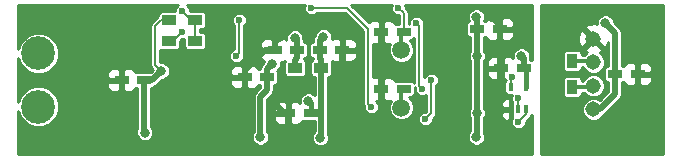
<source format=gbl>
G04 #@! TF.FileFunction,Copper,L2,Bot,Signal*
%FSLAX46Y46*%
G04 Gerber Fmt 4.6, Leading zero omitted, Abs format (unit mm)*
G04 Created by KiCad (PCBNEW 4.0.7) date Mon Dec 11 19:32:15 2017*
%MOMM*%
%LPD*%
G01*
G04 APERTURE LIST*
%ADD10C,0.100000*%
%ADD11R,1.200000X0.750000*%
%ADD12R,1.200000X0.900000*%
%ADD13C,2.850000*%
%ADD14C,1.308000*%
%ADD15R,0.400000X0.700000*%
%ADD16C,1.500000*%
%ADD17R,0.900000X1.200000*%
%ADD18C,0.800000*%
%ADD19C,0.600000*%
%ADD20C,0.400000*%
%ADD21C,0.200000*%
%ADD22C,0.500000*%
%ADD23C,0.300000*%
%ADD24C,0.254000*%
G04 APERTURE END LIST*
D10*
D11*
X143317000Y-111506000D03*
X141417000Y-111506000D03*
X147000000Y-114554000D03*
X145100000Y-114554000D03*
X132903000Y-111760000D03*
X131003000Y-111760000D03*
X145857000Y-109220000D03*
X143957000Y-109220000D03*
X147767000Y-109220000D03*
X149667000Y-109220000D03*
X154874000Y-107696000D03*
X152974000Y-107696000D03*
X154874000Y-112522000D03*
X152974000Y-112522000D03*
X161102000Y-107442000D03*
X163002000Y-107442000D03*
D12*
X145712000Y-110744000D03*
X147912000Y-110744000D03*
X135044000Y-106680000D03*
X137244000Y-106680000D03*
X135044000Y-108458000D03*
X137244000Y-108458000D03*
D13*
X123952000Y-114010000D03*
X123952000Y-109510000D03*
D14*
X170942000Y-114252000D03*
X170942000Y-112252000D03*
X170942000Y-110252000D03*
X170942000Y-108252000D03*
D15*
X165242000Y-114234000D03*
X164592000Y-114234000D03*
X163942000Y-114234000D03*
X163942000Y-112334000D03*
X165242000Y-112334000D03*
D16*
X154686000Y-109220000D03*
X154686000Y-114100000D03*
D11*
X165034000Y-110744000D03*
X163134000Y-110744000D03*
X172786000Y-111252000D03*
X174686000Y-111252000D03*
D17*
X169164000Y-112352000D03*
X169164000Y-110152000D03*
D18*
X146812000Y-113538000D03*
X161102000Y-109728000D03*
X164846000Y-109728000D03*
X161036000Y-116586000D03*
X161102000Y-114554000D03*
X161036000Y-106426000D03*
X148082000Y-108077000D03*
X147828000Y-116647998D03*
X143764000Y-110363000D03*
X142748000Y-116586000D03*
X134366000Y-110998000D03*
X132969000Y-116205000D03*
X149606000Y-113538000D03*
X163002000Y-115570000D03*
X162306000Y-106426000D03*
X162814000Y-117602000D03*
X152908000Y-117602000D03*
X145034000Y-117602000D03*
X144018000Y-113792000D03*
X144399000Y-108077000D03*
X149606000Y-117602000D03*
X141351000Y-117602000D03*
X134493000Y-117094000D03*
X134620000Y-113030000D03*
X131318000Y-106426000D03*
X131445000Y-117094000D03*
D19*
X136144000Y-105918000D03*
X136144000Y-107696000D03*
X140970000Y-106680000D03*
X140716000Y-109728000D03*
X164592000Y-113284000D03*
X164592000Y-115316000D03*
X157226000Y-111760000D03*
X156718000Y-115062000D03*
X156464000Y-112522000D03*
X155956000Y-106934000D03*
X164084000Y-111506000D03*
D18*
X145669000Y-108204000D03*
D19*
X154432000Y-105664000D03*
X147066000Y-105664000D03*
X152146000Y-114046000D03*
D18*
X171958000Y-106934000D03*
X174498000Y-108712000D03*
D20*
X147000000Y-113726000D02*
X147000000Y-114554000D01*
X146812000Y-113538000D02*
X147000000Y-113726000D01*
D21*
X135044000Y-106680000D02*
X134366000Y-106680000D01*
X133858000Y-110490000D02*
X134366000Y-110998000D01*
X133858000Y-107188000D02*
X133858000Y-110490000D01*
X134366000Y-106680000D02*
X133858000Y-107188000D01*
D20*
X165242000Y-112334000D02*
X165242000Y-110952000D01*
X165242000Y-110952000D02*
X165034000Y-110744000D01*
D22*
X165034000Y-110744000D02*
X165034000Y-109916000D01*
X164846000Y-109728000D02*
X165034000Y-109916000D01*
X161102000Y-114554000D02*
X161102000Y-116520000D01*
X161102000Y-116520000D02*
X161036000Y-116586000D01*
X161102000Y-107442000D02*
X161102000Y-109728000D01*
X161102000Y-109728000D02*
X161102000Y-114554000D01*
X161102000Y-107442000D02*
X161102000Y-106492000D01*
X161102000Y-106492000D02*
X161036000Y-106426000D01*
X147000000Y-114554000D02*
X147912000Y-114554000D01*
X147912000Y-114554000D02*
X147828000Y-114554000D01*
X147828000Y-114554000D02*
X147912000Y-114554000D01*
X147767000Y-109220000D02*
X147767000Y-108392000D01*
X147767000Y-108392000D02*
X148082000Y-108077000D01*
X147912000Y-110744000D02*
X147912000Y-110066000D01*
X147767000Y-109921000D02*
X147767000Y-109220000D01*
X147912000Y-110066000D02*
X147767000Y-109921000D01*
X147912000Y-110744000D02*
X147912000Y-114554000D01*
X147912000Y-114554000D02*
X147912000Y-116563998D01*
X147912000Y-116563998D02*
X147828000Y-116647998D01*
X143764000Y-110363000D02*
X143317000Y-110810000D01*
X143317000Y-110810000D02*
X143317000Y-111506000D01*
X143317000Y-111506000D02*
X143317000Y-112588000D01*
X142748000Y-113157000D02*
X142748000Y-116586000D01*
X143317000Y-112588000D02*
X142748000Y-113157000D01*
X132903000Y-111760000D02*
X133604000Y-111760000D01*
X133604000Y-111760000D02*
X134366000Y-110998000D01*
X132903000Y-111760000D02*
X132903000Y-116139000D01*
X132903000Y-116139000D02*
X132969000Y-116205000D01*
D20*
X149606000Y-113538000D02*
X149667000Y-113538000D01*
X163942000Y-114234000D02*
X163002000Y-114234000D01*
X163068000Y-114300000D02*
X163002000Y-114300000D01*
X163002000Y-114234000D02*
X163068000Y-114300000D01*
D22*
X163002000Y-107442000D02*
X163002000Y-107122000D01*
X163002000Y-107122000D02*
X162306000Y-106426000D01*
X163002000Y-107442000D02*
X163002000Y-114300000D01*
X163002000Y-114300000D02*
X163002000Y-115570000D01*
X163002000Y-115570000D02*
X163002000Y-115824000D01*
X163002000Y-115824000D02*
X163002000Y-117414000D01*
X163002000Y-117414000D02*
X162814000Y-117602000D01*
X152974000Y-107696000D02*
X152974000Y-112522000D01*
X152974000Y-112522000D02*
X152974000Y-117536000D01*
X152974000Y-117536000D02*
X152908000Y-117602000D01*
X145100000Y-114554000D02*
X145100000Y-117536000D01*
X145100000Y-117536000D02*
X145034000Y-117602000D01*
X145100000Y-114554000D02*
X144780000Y-114554000D01*
X144780000Y-114554000D02*
X144018000Y-113792000D01*
X143957000Y-109220000D02*
X143957000Y-108519000D01*
X143957000Y-108519000D02*
X144399000Y-108077000D01*
X149667000Y-109220000D02*
X149667000Y-113538000D01*
X149667000Y-113538000D02*
X149667000Y-117541000D01*
X149667000Y-117541000D02*
X149606000Y-117602000D01*
X141417000Y-111506000D02*
X141417000Y-110932000D01*
X143129000Y-109220000D02*
X143957000Y-109220000D01*
X141417000Y-110932000D02*
X143129000Y-109220000D01*
X141417000Y-111506000D02*
X141417000Y-117536000D01*
X141417000Y-117536000D02*
X141351000Y-117602000D01*
X134493000Y-113157000D02*
X134493000Y-117094000D01*
X134620000Y-113030000D02*
X134493000Y-113157000D01*
X131003000Y-111760000D02*
X131003000Y-106741000D01*
X131003000Y-106741000D02*
X131318000Y-106426000D01*
X131003000Y-111760000D02*
X131003000Y-116652000D01*
X131003000Y-116652000D02*
X131445000Y-117094000D01*
D21*
X137244000Y-106680000D02*
X136906000Y-106680000D01*
X136906000Y-106680000D02*
X136144000Y-105918000D01*
X137244000Y-106680000D02*
X137244000Y-108458000D01*
X135044000Y-108458000D02*
X135382000Y-108458000D01*
X135382000Y-108458000D02*
X136144000Y-107696000D01*
X140970000Y-109474000D02*
X140970000Y-106680000D01*
X140716000Y-109728000D02*
X140970000Y-109474000D01*
X164592000Y-113284000D02*
X164592000Y-114234000D01*
X165242000Y-114234000D02*
X165242000Y-114666000D01*
X165242000Y-114666000D02*
X164592000Y-115316000D01*
X157226000Y-114554000D02*
X157226000Y-111760000D01*
X156718000Y-115062000D02*
X157226000Y-114554000D01*
X156210000Y-112268000D02*
X156464000Y-112522000D01*
X156210000Y-107188000D02*
X156210000Y-112268000D01*
X155956000Y-106934000D02*
X156210000Y-107188000D01*
X163942000Y-112334000D02*
X163942000Y-111648000D01*
X163942000Y-111648000D02*
X164084000Y-111506000D01*
D22*
X145857000Y-109220000D02*
X145857000Y-108392000D01*
X145857000Y-108392000D02*
X145669000Y-108204000D01*
X145712000Y-110744000D02*
X145712000Y-110066000D01*
X145857000Y-109921000D02*
X145857000Y-109220000D01*
X145712000Y-110066000D02*
X145857000Y-109921000D01*
D21*
X154874000Y-106106000D02*
X154874000Y-107696000D01*
X154432000Y-105664000D02*
X154874000Y-106106000D01*
D23*
X154686000Y-109220000D02*
X154686000Y-107884000D01*
X154686000Y-107884000D02*
X154874000Y-107696000D01*
D21*
X154940000Y-107762000D02*
X154874000Y-107696000D01*
X147066000Y-105664000D02*
X150114000Y-105664000D01*
X150114000Y-105664000D02*
X151892000Y-107442000D01*
X151892000Y-107442000D02*
X151892000Y-113792000D01*
X151892000Y-113792000D02*
X152146000Y-114046000D01*
D23*
X154686000Y-114100000D02*
X154686000Y-112710000D01*
X154686000Y-112710000D02*
X154874000Y-112522000D01*
D22*
X172786000Y-111252000D02*
X172786000Y-107762000D01*
X172786000Y-107762000D02*
X171958000Y-106934000D01*
X170942000Y-114252000D02*
X171498000Y-114252000D01*
X171498000Y-114252000D02*
X172786000Y-112964000D01*
X172786000Y-112964000D02*
X172786000Y-111252000D01*
D23*
X169164000Y-112352000D02*
X170842000Y-112352000D01*
X170842000Y-112352000D02*
X170942000Y-112252000D01*
X169164000Y-110152000D02*
X170842000Y-110152000D01*
X170842000Y-110152000D02*
X170942000Y-110252000D01*
D22*
X174686000Y-108900000D02*
X174686000Y-111252000D01*
X174498000Y-108712000D02*
X174686000Y-108900000D01*
D24*
G36*
X135612765Y-105562369D02*
X135517109Y-105792735D01*
X135517018Y-105896594D01*
X134444000Y-105896594D01*
X134322821Y-105919395D01*
X134211526Y-105991012D01*
X134136862Y-106100286D01*
X134110594Y-106230000D01*
X134110594Y-106346975D01*
X134064065Y-106378065D01*
X134064063Y-106378068D01*
X133556065Y-106886065D01*
X133463503Y-107024594D01*
X133430999Y-107188000D01*
X133431000Y-107188005D01*
X133431000Y-110489995D01*
X133430999Y-110490000D01*
X133463503Y-110653406D01*
X133556065Y-110791935D01*
X133639107Y-110874976D01*
X133639077Y-110908922D01*
X133496404Y-111051594D01*
X132303000Y-111051594D01*
X132181821Y-111074395D01*
X132165905Y-111084637D01*
X132141327Y-111025301D01*
X131962698Y-110846673D01*
X131729309Y-110750000D01*
X131288750Y-110750000D01*
X131130000Y-110908750D01*
X131130000Y-111633000D01*
X131150000Y-111633000D01*
X131150000Y-111887000D01*
X131130000Y-111887000D01*
X131130000Y-112611250D01*
X131288750Y-112770000D01*
X131729309Y-112770000D01*
X131962698Y-112673327D01*
X132141327Y-112494699D01*
X132165346Y-112436713D01*
X132173286Y-112442138D01*
X132303000Y-112468406D01*
X132326000Y-112468406D01*
X132326000Y-115857767D01*
X132242126Y-116059756D01*
X132241874Y-116348975D01*
X132352320Y-116616275D01*
X132556650Y-116820961D01*
X132823756Y-116931874D01*
X133112975Y-116932126D01*
X133380275Y-116821680D01*
X133584961Y-116617350D01*
X133695874Y-116350244D01*
X133696126Y-116061025D01*
X133585680Y-115793725D01*
X133480000Y-115687861D01*
X133480000Y-112468406D01*
X133503000Y-112468406D01*
X133624179Y-112445605D01*
X133735474Y-112373988D01*
X133785402Y-112300917D01*
X133824808Y-112293078D01*
X134012001Y-112168001D01*
X134388251Y-111791750D01*
X140182000Y-111791750D01*
X140182000Y-112007310D01*
X140278673Y-112240699D01*
X140457302Y-112419327D01*
X140690691Y-112516000D01*
X141131250Y-112516000D01*
X141290000Y-112357250D01*
X141290000Y-111633000D01*
X140340750Y-111633000D01*
X140182000Y-111791750D01*
X134388251Y-111791750D01*
X134454923Y-111725078D01*
X134509975Y-111725126D01*
X134777275Y-111614680D01*
X134981961Y-111410350D01*
X135092874Y-111143244D01*
X135092994Y-111004690D01*
X140182000Y-111004690D01*
X140182000Y-111220250D01*
X140340750Y-111379000D01*
X141290000Y-111379000D01*
X141290000Y-110654750D01*
X141544000Y-110654750D01*
X141544000Y-111379000D01*
X141564000Y-111379000D01*
X141564000Y-111633000D01*
X141544000Y-111633000D01*
X141544000Y-112357250D01*
X141702750Y-112516000D01*
X142143309Y-112516000D01*
X142376698Y-112419327D01*
X142555327Y-112240699D01*
X142579346Y-112182713D01*
X142587286Y-112188138D01*
X142717000Y-112214406D01*
X142740000Y-112214406D01*
X142740000Y-112348999D01*
X142339999Y-112748999D01*
X142214922Y-112936192D01*
X142170999Y-113157000D01*
X142171000Y-113157005D01*
X142171000Y-116134757D01*
X142132039Y-116173650D01*
X142021126Y-116440756D01*
X142020874Y-116729975D01*
X142131320Y-116997275D01*
X142335650Y-117201961D01*
X142602756Y-117312874D01*
X142891975Y-117313126D01*
X143159275Y-117202680D01*
X143363961Y-116998350D01*
X143474874Y-116731244D01*
X143475126Y-116442025D01*
X143364680Y-116174725D01*
X143325000Y-116134976D01*
X143325000Y-114839750D01*
X143865000Y-114839750D01*
X143865000Y-115055310D01*
X143961673Y-115288699D01*
X144140302Y-115467327D01*
X144373691Y-115564000D01*
X144814250Y-115564000D01*
X144973000Y-115405250D01*
X144973000Y-114681000D01*
X144023750Y-114681000D01*
X143865000Y-114839750D01*
X143325000Y-114839750D01*
X143325000Y-114052690D01*
X143865000Y-114052690D01*
X143865000Y-114268250D01*
X144023750Y-114427000D01*
X144973000Y-114427000D01*
X144973000Y-113702750D01*
X145227000Y-113702750D01*
X145227000Y-114427000D01*
X145247000Y-114427000D01*
X145247000Y-114681000D01*
X145227000Y-114681000D01*
X145227000Y-115405250D01*
X145385750Y-115564000D01*
X145826309Y-115564000D01*
X146059698Y-115467327D01*
X146238327Y-115288699D01*
X146262346Y-115230713D01*
X146270286Y-115236138D01*
X146400000Y-115262406D01*
X147335000Y-115262406D01*
X147335000Y-116112901D01*
X147212039Y-116235648D01*
X147101126Y-116502754D01*
X147100874Y-116791973D01*
X147211320Y-117059273D01*
X147415650Y-117263959D01*
X147682756Y-117374872D01*
X147971975Y-117375124D01*
X148239275Y-117264678D01*
X148443961Y-117060348D01*
X148554874Y-116793242D01*
X148555126Y-116504023D01*
X148489000Y-116343986D01*
X148489000Y-111527406D01*
X148512000Y-111527406D01*
X148633179Y-111504605D01*
X148744474Y-111432988D01*
X148819138Y-111323714D01*
X148845406Y-111194000D01*
X148845406Y-110294000D01*
X148824292Y-110181786D01*
X148940691Y-110230000D01*
X149381250Y-110230000D01*
X149540000Y-110071250D01*
X149540000Y-109347000D01*
X149794000Y-109347000D01*
X149794000Y-110071250D01*
X149952750Y-110230000D01*
X150393309Y-110230000D01*
X150626698Y-110133327D01*
X150805327Y-109954699D01*
X150902000Y-109721310D01*
X150902000Y-109505750D01*
X150743250Y-109347000D01*
X149794000Y-109347000D01*
X149540000Y-109347000D01*
X149520000Y-109347000D01*
X149520000Y-109093000D01*
X149540000Y-109093000D01*
X149540000Y-108368750D01*
X149794000Y-108368750D01*
X149794000Y-109093000D01*
X150743250Y-109093000D01*
X150902000Y-108934250D01*
X150902000Y-108718690D01*
X150805327Y-108485301D01*
X150626698Y-108306673D01*
X150393309Y-108210000D01*
X149952750Y-108210000D01*
X149794000Y-108368750D01*
X149540000Y-108368750D01*
X149381250Y-108210000D01*
X148940691Y-108210000D01*
X148787632Y-108273399D01*
X148808874Y-108222244D01*
X148809126Y-107933025D01*
X148698680Y-107665725D01*
X148494350Y-107461039D01*
X148227244Y-107350126D01*
X147938025Y-107349874D01*
X147670725Y-107460320D01*
X147466039Y-107664650D01*
X147355126Y-107931756D01*
X147355075Y-107989871D01*
X147233922Y-108171192D01*
X147189999Y-108392000D01*
X147190000Y-108392005D01*
X147190000Y-108511594D01*
X147167000Y-108511594D01*
X147045821Y-108534395D01*
X146934526Y-108606012D01*
X146859862Y-108715286D01*
X146833594Y-108845000D01*
X146833594Y-109595000D01*
X146856395Y-109716179D01*
X146928012Y-109827474D01*
X147037286Y-109902138D01*
X147167000Y-109928406D01*
X147191472Y-109928406D01*
X147201992Y-109981293D01*
X147190821Y-109983395D01*
X147079526Y-110055012D01*
X147004862Y-110164286D01*
X146978594Y-110294000D01*
X146978594Y-111194000D01*
X147001395Y-111315179D01*
X147073012Y-111426474D01*
X147182286Y-111501138D01*
X147312000Y-111527406D01*
X147335000Y-111527406D01*
X147335000Y-113032882D01*
X147224350Y-112922039D01*
X146957244Y-112811126D01*
X146668025Y-112810874D01*
X146400725Y-112921320D01*
X146196039Y-113125650D01*
X146085126Y-113392756D01*
X146084888Y-113665863D01*
X146059698Y-113640673D01*
X145826309Y-113544000D01*
X145385750Y-113544000D01*
X145227000Y-113702750D01*
X144973000Y-113702750D01*
X144814250Y-113544000D01*
X144373691Y-113544000D01*
X144140302Y-113640673D01*
X143961673Y-113819301D01*
X143865000Y-114052690D01*
X143325000Y-114052690D01*
X143325000Y-113396002D01*
X143724998Y-112996003D01*
X143725001Y-112996001D01*
X143850078Y-112808808D01*
X143850800Y-112805179D01*
X143894001Y-112588000D01*
X143894000Y-112587995D01*
X143894000Y-112214406D01*
X143917000Y-112214406D01*
X144038179Y-112191605D01*
X144149474Y-112119988D01*
X144224138Y-112010714D01*
X144250406Y-111881000D01*
X144250406Y-111131000D01*
X144227605Y-111009821D01*
X144195328Y-110959662D01*
X144379961Y-110775350D01*
X144490874Y-110508244D01*
X144491116Y-110230000D01*
X144683309Y-110230000D01*
X144801466Y-110181058D01*
X144778594Y-110294000D01*
X144778594Y-111194000D01*
X144801395Y-111315179D01*
X144873012Y-111426474D01*
X144982286Y-111501138D01*
X145112000Y-111527406D01*
X146312000Y-111527406D01*
X146433179Y-111504605D01*
X146544474Y-111432988D01*
X146619138Y-111323714D01*
X146645406Y-111194000D01*
X146645406Y-110294000D01*
X146622605Y-110172821D01*
X146550988Y-110061526D01*
X146441714Y-109986862D01*
X146421706Y-109982810D01*
X146432528Y-109928406D01*
X146457000Y-109928406D01*
X146578179Y-109905605D01*
X146689474Y-109833988D01*
X146764138Y-109724714D01*
X146790406Y-109595000D01*
X146790406Y-108845000D01*
X146767605Y-108723821D01*
X146695988Y-108612526D01*
X146586714Y-108537862D01*
X146457000Y-108511594D01*
X146434000Y-108511594D01*
X146434000Y-108392000D01*
X146396003Y-108200980D01*
X146396126Y-108060025D01*
X146285680Y-107792725D01*
X146081350Y-107588039D01*
X145814244Y-107477126D01*
X145525025Y-107476874D01*
X145257725Y-107587320D01*
X145053039Y-107791650D01*
X144942126Y-108058756D01*
X144941888Y-108331863D01*
X144916698Y-108306673D01*
X144683309Y-108210000D01*
X144242750Y-108210000D01*
X144084000Y-108368750D01*
X144084000Y-109093000D01*
X144104000Y-109093000D01*
X144104000Y-109347000D01*
X144084000Y-109347000D01*
X144084000Y-109367000D01*
X143830000Y-109367000D01*
X143830000Y-109347000D01*
X142880750Y-109347000D01*
X142722000Y-109505750D01*
X142722000Y-109721310D01*
X142818673Y-109954699D01*
X142997302Y-110133327D01*
X143061195Y-110159792D01*
X143037126Y-110217756D01*
X143037077Y-110273921D01*
X142908999Y-110401999D01*
X142783922Y-110589192D01*
X142742467Y-110797594D01*
X142717000Y-110797594D01*
X142595821Y-110820395D01*
X142579905Y-110830637D01*
X142555327Y-110771301D01*
X142376698Y-110592673D01*
X142143309Y-110496000D01*
X141702750Y-110496000D01*
X141544000Y-110654750D01*
X141290000Y-110654750D01*
X141131250Y-110496000D01*
X140690691Y-110496000D01*
X140457302Y-110592673D01*
X140278673Y-110771301D01*
X140182000Y-111004690D01*
X135092994Y-111004690D01*
X135093126Y-110854025D01*
X134982680Y-110586725D01*
X134778350Y-110382039D01*
X134511244Y-110271126D01*
X134285000Y-110270929D01*
X134285000Y-109852171D01*
X140088891Y-109852171D01*
X140184145Y-110082703D01*
X140360369Y-110259235D01*
X140590735Y-110354891D01*
X140840171Y-110355109D01*
X141070703Y-110259855D01*
X141247235Y-110083631D01*
X141342891Y-109853265D01*
X141343052Y-109669501D01*
X141364497Y-109637406D01*
X141397000Y-109474000D01*
X141397000Y-108718690D01*
X142722000Y-108718690D01*
X142722000Y-108934250D01*
X142880750Y-109093000D01*
X143830000Y-109093000D01*
X143830000Y-108368750D01*
X143671250Y-108210000D01*
X143230691Y-108210000D01*
X142997302Y-108306673D01*
X142818673Y-108485301D01*
X142722000Y-108718690D01*
X141397000Y-108718690D01*
X141397000Y-107139684D01*
X141501235Y-107035631D01*
X141596891Y-106805265D01*
X141597109Y-106555829D01*
X141501855Y-106325297D01*
X141325631Y-106148765D01*
X141095265Y-106053109D01*
X140845829Y-106052891D01*
X140615297Y-106148145D01*
X140438765Y-106324369D01*
X140343109Y-106554735D01*
X140342891Y-106804171D01*
X140438145Y-107034703D01*
X140543000Y-107139741D01*
X140543000Y-109121067D01*
X140361297Y-109196145D01*
X140184765Y-109372369D01*
X140089109Y-109602735D01*
X140088891Y-109852171D01*
X134285000Y-109852171D01*
X134285000Y-109195128D01*
X134314286Y-109215138D01*
X134444000Y-109241406D01*
X135644000Y-109241406D01*
X135765179Y-109218605D01*
X135876474Y-109146988D01*
X135951138Y-109037714D01*
X135977406Y-108908000D01*
X135977406Y-108466464D01*
X136120889Y-108322980D01*
X136268171Y-108323109D01*
X136310594Y-108305580D01*
X136310594Y-108908000D01*
X136333395Y-109029179D01*
X136405012Y-109140474D01*
X136514286Y-109215138D01*
X136644000Y-109241406D01*
X137844000Y-109241406D01*
X137965179Y-109218605D01*
X138076474Y-109146988D01*
X138151138Y-109037714D01*
X138177406Y-108908000D01*
X138177406Y-108008000D01*
X138154605Y-107886821D01*
X138082988Y-107775526D01*
X137973714Y-107700862D01*
X137844000Y-107674594D01*
X137671000Y-107674594D01*
X137671000Y-107463406D01*
X137844000Y-107463406D01*
X137965179Y-107440605D01*
X138076474Y-107368988D01*
X138151138Y-107259714D01*
X138177406Y-107130000D01*
X138177406Y-106230000D01*
X138154605Y-106108821D01*
X138082988Y-105997526D01*
X137973714Y-105922862D01*
X137844000Y-105896594D01*
X136771019Y-105896594D01*
X136771109Y-105793829D01*
X136675855Y-105563297D01*
X136514839Y-105402000D01*
X146495886Y-105402000D01*
X146439109Y-105538735D01*
X146438891Y-105788171D01*
X146534145Y-106018703D01*
X146710369Y-106195235D01*
X146940735Y-106290891D01*
X147190171Y-106291109D01*
X147420703Y-106195855D01*
X147525741Y-106091000D01*
X149937130Y-106091000D01*
X151465000Y-107618869D01*
X151465000Y-113791995D01*
X151464999Y-113792000D01*
X151497503Y-113955406D01*
X151519051Y-113987654D01*
X151518891Y-114170171D01*
X151614145Y-114400703D01*
X151790369Y-114577235D01*
X152020735Y-114672891D01*
X152270171Y-114673109D01*
X152500703Y-114577855D01*
X152677235Y-114401631D01*
X152772891Y-114171265D01*
X152773109Y-113921829D01*
X152677855Y-113691297D01*
X152518836Y-113532000D01*
X152688250Y-113532000D01*
X152847000Y-113373250D01*
X152847000Y-112649000D01*
X152827000Y-112649000D01*
X152827000Y-112395000D01*
X152847000Y-112395000D01*
X152847000Y-111670750D01*
X152688250Y-111512000D01*
X152319000Y-111512000D01*
X152319000Y-108706000D01*
X152688250Y-108706000D01*
X152847000Y-108547250D01*
X152847000Y-107823000D01*
X152827000Y-107823000D01*
X152827000Y-107569000D01*
X152847000Y-107569000D01*
X152847000Y-106844750D01*
X152688250Y-106686000D01*
X152247691Y-106686000D01*
X152014302Y-106782673D01*
X151925422Y-106871553D01*
X150455870Y-105402000D01*
X153861886Y-105402000D01*
X153805109Y-105538735D01*
X153804891Y-105788171D01*
X153900145Y-106018703D01*
X154076369Y-106195235D01*
X154306735Y-106290891D01*
X154447000Y-106291014D01*
X154447000Y-106987594D01*
X154274000Y-106987594D01*
X154152821Y-107010395D01*
X154136905Y-107020637D01*
X154112327Y-106961301D01*
X153933698Y-106782673D01*
X153700309Y-106686000D01*
X153259750Y-106686000D01*
X153101000Y-106844750D01*
X153101000Y-107569000D01*
X153121000Y-107569000D01*
X153121000Y-107823000D01*
X153101000Y-107823000D01*
X153101000Y-108547250D01*
X153259750Y-108706000D01*
X153700309Y-108706000D01*
X153740120Y-108689510D01*
X153609187Y-109004832D01*
X153608813Y-109433289D01*
X153772431Y-109829275D01*
X154075132Y-110132504D01*
X154470832Y-110296813D01*
X154899289Y-110297187D01*
X155295275Y-110133569D01*
X155598504Y-109830868D01*
X155762813Y-109435168D01*
X155763187Y-109006711D01*
X155599569Y-108610725D01*
X155393609Y-108404406D01*
X155474000Y-108404406D01*
X155595179Y-108381605D01*
X155706474Y-108309988D01*
X155781138Y-108200714D01*
X155783000Y-108191519D01*
X155783000Y-112023327D01*
X155712988Y-111914526D01*
X155603714Y-111839862D01*
X155474000Y-111813594D01*
X154274000Y-111813594D01*
X154152821Y-111836395D01*
X154136905Y-111846637D01*
X154112327Y-111787301D01*
X153933698Y-111608673D01*
X153700309Y-111512000D01*
X153259750Y-111512000D01*
X153101000Y-111670750D01*
X153101000Y-112395000D01*
X153121000Y-112395000D01*
X153121000Y-112649000D01*
X153101000Y-112649000D01*
X153101000Y-113373250D01*
X153259750Y-113532000D01*
X153700309Y-113532000D01*
X153767201Y-113504292D01*
X153609187Y-113884832D01*
X153608813Y-114313289D01*
X153772431Y-114709275D01*
X154075132Y-115012504D01*
X154470832Y-115176813D01*
X154899289Y-115177187D01*
X155295275Y-115013569D01*
X155598504Y-114710868D01*
X155762813Y-114315168D01*
X155763187Y-113886711D01*
X155599569Y-113490725D01*
X155339703Y-113230406D01*
X155474000Y-113230406D01*
X155595179Y-113207605D01*
X155706474Y-113135988D01*
X155781138Y-113026714D01*
X155807406Y-112897000D01*
X155807406Y-112390700D01*
X155815503Y-112431406D01*
X155837051Y-112463654D01*
X155836891Y-112646171D01*
X155932145Y-112876703D01*
X156108369Y-113053235D01*
X156338735Y-113148891D01*
X156588171Y-113149109D01*
X156799000Y-113061996D01*
X156799000Y-114377131D01*
X156741111Y-114435020D01*
X156593829Y-114434891D01*
X156363297Y-114530145D01*
X156186765Y-114706369D01*
X156091109Y-114936735D01*
X156090891Y-115186171D01*
X156186145Y-115416703D01*
X156362369Y-115593235D01*
X156592735Y-115688891D01*
X156842171Y-115689109D01*
X157072703Y-115593855D01*
X157249235Y-115417631D01*
X157344891Y-115187265D01*
X157345021Y-115038849D01*
X157527932Y-114855937D01*
X157527935Y-114855935D01*
X157620497Y-114717406D01*
X157653000Y-114554000D01*
X157653000Y-112219684D01*
X157757235Y-112115631D01*
X157852891Y-111885265D01*
X157853109Y-111635829D01*
X157757855Y-111405297D01*
X157581631Y-111228765D01*
X157351265Y-111133109D01*
X157101829Y-111132891D01*
X156871297Y-111228145D01*
X156694765Y-111404369D01*
X156637000Y-111543483D01*
X156637000Y-107188000D01*
X156612932Y-107067000D01*
X160168594Y-107067000D01*
X160168594Y-107817000D01*
X160191395Y-107938179D01*
X160263012Y-108049474D01*
X160372286Y-108124138D01*
X160502000Y-108150406D01*
X160525000Y-108150406D01*
X160525000Y-109276757D01*
X160486039Y-109315650D01*
X160375126Y-109582756D01*
X160374874Y-109871975D01*
X160485320Y-110139275D01*
X160525000Y-110179024D01*
X160525000Y-114102757D01*
X160486039Y-114141650D01*
X160375126Y-114408756D01*
X160374874Y-114697975D01*
X160485320Y-114965275D01*
X160525000Y-115005024D01*
X160525000Y-116068872D01*
X160420039Y-116173650D01*
X160309126Y-116440756D01*
X160308874Y-116729975D01*
X160419320Y-116997275D01*
X160623650Y-117201961D01*
X160890756Y-117312874D01*
X161179975Y-117313126D01*
X161447275Y-117202680D01*
X161651961Y-116998350D01*
X161762874Y-116731244D01*
X161763126Y-116442025D01*
X161679000Y-116238424D01*
X161679000Y-115005243D01*
X161717961Y-114966350D01*
X161828874Y-114699244D01*
X161829030Y-114519750D01*
X163107000Y-114519750D01*
X163107000Y-114710310D01*
X163203673Y-114943699D01*
X163382302Y-115122327D01*
X163615691Y-115219000D01*
X163683250Y-115219000D01*
X163842000Y-115060250D01*
X163842000Y-114361000D01*
X163265750Y-114361000D01*
X163107000Y-114519750D01*
X161829030Y-114519750D01*
X161829126Y-114410025D01*
X161718680Y-114142725D01*
X161679000Y-114102976D01*
X161679000Y-113757690D01*
X163107000Y-113757690D01*
X163107000Y-113948250D01*
X163265750Y-114107000D01*
X163842000Y-114107000D01*
X163842000Y-113407750D01*
X163683250Y-113249000D01*
X163615691Y-113249000D01*
X163382302Y-113345673D01*
X163203673Y-113524301D01*
X163107000Y-113757690D01*
X161679000Y-113757690D01*
X161679000Y-111029750D01*
X161899000Y-111029750D01*
X161899000Y-111245310D01*
X161995673Y-111478699D01*
X162174302Y-111657327D01*
X162407691Y-111754000D01*
X162848250Y-111754000D01*
X163007000Y-111595250D01*
X163007000Y-110871000D01*
X162057750Y-110871000D01*
X161899000Y-111029750D01*
X161679000Y-111029750D01*
X161679000Y-110242690D01*
X161899000Y-110242690D01*
X161899000Y-110458250D01*
X162057750Y-110617000D01*
X163007000Y-110617000D01*
X163007000Y-109892750D01*
X162848250Y-109734000D01*
X162407691Y-109734000D01*
X162174302Y-109830673D01*
X161995673Y-110009301D01*
X161899000Y-110242690D01*
X161679000Y-110242690D01*
X161679000Y-110179243D01*
X161717961Y-110140350D01*
X161828874Y-109873244D01*
X161829126Y-109584025D01*
X161718680Y-109316725D01*
X161679000Y-109276976D01*
X161679000Y-108150406D01*
X161702000Y-108150406D01*
X161823179Y-108127605D01*
X161839095Y-108117363D01*
X161863673Y-108176699D01*
X162042302Y-108355327D01*
X162275691Y-108452000D01*
X162716250Y-108452000D01*
X162875000Y-108293250D01*
X162875000Y-107569000D01*
X163129000Y-107569000D01*
X163129000Y-108293250D01*
X163287750Y-108452000D01*
X163728309Y-108452000D01*
X163961698Y-108355327D01*
X164140327Y-108176699D01*
X164237000Y-107943310D01*
X164237000Y-107727750D01*
X164078250Y-107569000D01*
X163129000Y-107569000D01*
X162875000Y-107569000D01*
X162855000Y-107569000D01*
X162855000Y-107315000D01*
X162875000Y-107315000D01*
X162875000Y-106590750D01*
X163129000Y-106590750D01*
X163129000Y-107315000D01*
X164078250Y-107315000D01*
X164237000Y-107156250D01*
X164237000Y-106940690D01*
X164140327Y-106707301D01*
X163961698Y-106528673D01*
X163728309Y-106432000D01*
X163287750Y-106432000D01*
X163129000Y-106590750D01*
X162875000Y-106590750D01*
X162716250Y-106432000D01*
X162275691Y-106432000D01*
X162042302Y-106528673D01*
X161863673Y-106707301D01*
X161839654Y-106765287D01*
X161831714Y-106759862D01*
X161702000Y-106733594D01*
X161695460Y-106733594D01*
X161762874Y-106571244D01*
X161763126Y-106282025D01*
X161652680Y-106014725D01*
X161448350Y-105810039D01*
X161181244Y-105699126D01*
X160892025Y-105698874D01*
X160624725Y-105809320D01*
X160420039Y-106013650D01*
X160309126Y-106280756D01*
X160308874Y-106569975D01*
X160385535Y-106755508D01*
X160380821Y-106756395D01*
X160269526Y-106828012D01*
X160194862Y-106937286D01*
X160168594Y-107067000D01*
X156612932Y-107067000D01*
X156604497Y-107024594D01*
X156582949Y-106992346D01*
X156583109Y-106809829D01*
X156487855Y-106579297D01*
X156311631Y-106402765D01*
X156081265Y-106307109D01*
X155831829Y-106306891D01*
X155601297Y-106402145D01*
X155424765Y-106578369D01*
X155329109Y-106808735D01*
X155328953Y-106987594D01*
X155301000Y-106987594D01*
X155301000Y-106106000D01*
X155268497Y-105942594D01*
X155175935Y-105804065D01*
X155175932Y-105804063D01*
X155058980Y-105687111D01*
X155059109Y-105539829D01*
X155002159Y-105402000D01*
X165735000Y-105402000D01*
X165735000Y-110056047D01*
X165634000Y-110035594D01*
X165611000Y-110035594D01*
X165611000Y-109916000D01*
X165573003Y-109724980D01*
X165573126Y-109584025D01*
X165462680Y-109316725D01*
X165258350Y-109112039D01*
X164991244Y-109001126D01*
X164702025Y-109000874D01*
X164434725Y-109111320D01*
X164230039Y-109315650D01*
X164119126Y-109582756D01*
X164118888Y-109855863D01*
X164093698Y-109830673D01*
X163860309Y-109734000D01*
X163419750Y-109734000D01*
X163261000Y-109892750D01*
X163261000Y-110617000D01*
X163281000Y-110617000D01*
X163281000Y-110871000D01*
X163261000Y-110871000D01*
X163261000Y-111595250D01*
X163419750Y-111754000D01*
X163503385Y-111754000D01*
X163434862Y-111854286D01*
X163408594Y-111984000D01*
X163408594Y-112684000D01*
X163431395Y-112805179D01*
X163503012Y-112916474D01*
X163612286Y-112991138D01*
X163742000Y-113017406D01*
X164023794Y-113017406D01*
X163965109Y-113158735D01*
X163964891Y-113408171D01*
X164042000Y-113594789D01*
X164042000Y-114107000D01*
X164058594Y-114107000D01*
X164058594Y-114361000D01*
X164042000Y-114361000D01*
X164042000Y-115005560D01*
X163965109Y-115190735D01*
X163964891Y-115440171D01*
X164060145Y-115670703D01*
X164236369Y-115847235D01*
X164466735Y-115942891D01*
X164716171Y-115943109D01*
X164946703Y-115847855D01*
X165123235Y-115671631D01*
X165218891Y-115441265D01*
X165219021Y-115292849D01*
X165543932Y-114967937D01*
X165543935Y-114967935D01*
X165615375Y-114861018D01*
X165674474Y-114822988D01*
X165735000Y-114734406D01*
X165735000Y-117998000D01*
X122202000Y-117998000D01*
X122202000Y-114362541D01*
X122465860Y-115001132D01*
X122958276Y-115494408D01*
X123601977Y-115761695D01*
X124298965Y-115762304D01*
X124943132Y-115496140D01*
X125436408Y-115003724D01*
X125703695Y-114360023D01*
X125704304Y-113663035D01*
X125438140Y-113018868D01*
X124945724Y-112525592D01*
X124302023Y-112258305D01*
X123605035Y-112257696D01*
X122960868Y-112523860D01*
X122467592Y-113016276D01*
X122202000Y-113655895D01*
X122202000Y-112045750D01*
X129768000Y-112045750D01*
X129768000Y-112261310D01*
X129864673Y-112494699D01*
X130043302Y-112673327D01*
X130276691Y-112770000D01*
X130717250Y-112770000D01*
X130876000Y-112611250D01*
X130876000Y-111887000D01*
X129926750Y-111887000D01*
X129768000Y-112045750D01*
X122202000Y-112045750D01*
X122202000Y-109862541D01*
X122465860Y-110501132D01*
X122958276Y-110994408D01*
X123601977Y-111261695D01*
X124298965Y-111262304D01*
X124307711Y-111258690D01*
X129768000Y-111258690D01*
X129768000Y-111474250D01*
X129926750Y-111633000D01*
X130876000Y-111633000D01*
X130876000Y-110908750D01*
X130717250Y-110750000D01*
X130276691Y-110750000D01*
X130043302Y-110846673D01*
X129864673Y-111025301D01*
X129768000Y-111258690D01*
X124307711Y-111258690D01*
X124943132Y-110996140D01*
X125436408Y-110503724D01*
X125703695Y-109860023D01*
X125704304Y-109163035D01*
X125438140Y-108518868D01*
X124945724Y-108025592D01*
X124302023Y-107758305D01*
X123605035Y-107757696D01*
X122960868Y-108023860D01*
X122467592Y-108516276D01*
X122202000Y-109155895D01*
X122202000Y-105402000D01*
X135773414Y-105402000D01*
X135612765Y-105562369D01*
X135612765Y-105562369D01*
G37*
X135612765Y-105562369D02*
X135517109Y-105792735D01*
X135517018Y-105896594D01*
X134444000Y-105896594D01*
X134322821Y-105919395D01*
X134211526Y-105991012D01*
X134136862Y-106100286D01*
X134110594Y-106230000D01*
X134110594Y-106346975D01*
X134064065Y-106378065D01*
X134064063Y-106378068D01*
X133556065Y-106886065D01*
X133463503Y-107024594D01*
X133430999Y-107188000D01*
X133431000Y-107188005D01*
X133431000Y-110489995D01*
X133430999Y-110490000D01*
X133463503Y-110653406D01*
X133556065Y-110791935D01*
X133639107Y-110874976D01*
X133639077Y-110908922D01*
X133496404Y-111051594D01*
X132303000Y-111051594D01*
X132181821Y-111074395D01*
X132165905Y-111084637D01*
X132141327Y-111025301D01*
X131962698Y-110846673D01*
X131729309Y-110750000D01*
X131288750Y-110750000D01*
X131130000Y-110908750D01*
X131130000Y-111633000D01*
X131150000Y-111633000D01*
X131150000Y-111887000D01*
X131130000Y-111887000D01*
X131130000Y-112611250D01*
X131288750Y-112770000D01*
X131729309Y-112770000D01*
X131962698Y-112673327D01*
X132141327Y-112494699D01*
X132165346Y-112436713D01*
X132173286Y-112442138D01*
X132303000Y-112468406D01*
X132326000Y-112468406D01*
X132326000Y-115857767D01*
X132242126Y-116059756D01*
X132241874Y-116348975D01*
X132352320Y-116616275D01*
X132556650Y-116820961D01*
X132823756Y-116931874D01*
X133112975Y-116932126D01*
X133380275Y-116821680D01*
X133584961Y-116617350D01*
X133695874Y-116350244D01*
X133696126Y-116061025D01*
X133585680Y-115793725D01*
X133480000Y-115687861D01*
X133480000Y-112468406D01*
X133503000Y-112468406D01*
X133624179Y-112445605D01*
X133735474Y-112373988D01*
X133785402Y-112300917D01*
X133824808Y-112293078D01*
X134012001Y-112168001D01*
X134388251Y-111791750D01*
X140182000Y-111791750D01*
X140182000Y-112007310D01*
X140278673Y-112240699D01*
X140457302Y-112419327D01*
X140690691Y-112516000D01*
X141131250Y-112516000D01*
X141290000Y-112357250D01*
X141290000Y-111633000D01*
X140340750Y-111633000D01*
X140182000Y-111791750D01*
X134388251Y-111791750D01*
X134454923Y-111725078D01*
X134509975Y-111725126D01*
X134777275Y-111614680D01*
X134981961Y-111410350D01*
X135092874Y-111143244D01*
X135092994Y-111004690D01*
X140182000Y-111004690D01*
X140182000Y-111220250D01*
X140340750Y-111379000D01*
X141290000Y-111379000D01*
X141290000Y-110654750D01*
X141544000Y-110654750D01*
X141544000Y-111379000D01*
X141564000Y-111379000D01*
X141564000Y-111633000D01*
X141544000Y-111633000D01*
X141544000Y-112357250D01*
X141702750Y-112516000D01*
X142143309Y-112516000D01*
X142376698Y-112419327D01*
X142555327Y-112240699D01*
X142579346Y-112182713D01*
X142587286Y-112188138D01*
X142717000Y-112214406D01*
X142740000Y-112214406D01*
X142740000Y-112348999D01*
X142339999Y-112748999D01*
X142214922Y-112936192D01*
X142170999Y-113157000D01*
X142171000Y-113157005D01*
X142171000Y-116134757D01*
X142132039Y-116173650D01*
X142021126Y-116440756D01*
X142020874Y-116729975D01*
X142131320Y-116997275D01*
X142335650Y-117201961D01*
X142602756Y-117312874D01*
X142891975Y-117313126D01*
X143159275Y-117202680D01*
X143363961Y-116998350D01*
X143474874Y-116731244D01*
X143475126Y-116442025D01*
X143364680Y-116174725D01*
X143325000Y-116134976D01*
X143325000Y-114839750D01*
X143865000Y-114839750D01*
X143865000Y-115055310D01*
X143961673Y-115288699D01*
X144140302Y-115467327D01*
X144373691Y-115564000D01*
X144814250Y-115564000D01*
X144973000Y-115405250D01*
X144973000Y-114681000D01*
X144023750Y-114681000D01*
X143865000Y-114839750D01*
X143325000Y-114839750D01*
X143325000Y-114052690D01*
X143865000Y-114052690D01*
X143865000Y-114268250D01*
X144023750Y-114427000D01*
X144973000Y-114427000D01*
X144973000Y-113702750D01*
X145227000Y-113702750D01*
X145227000Y-114427000D01*
X145247000Y-114427000D01*
X145247000Y-114681000D01*
X145227000Y-114681000D01*
X145227000Y-115405250D01*
X145385750Y-115564000D01*
X145826309Y-115564000D01*
X146059698Y-115467327D01*
X146238327Y-115288699D01*
X146262346Y-115230713D01*
X146270286Y-115236138D01*
X146400000Y-115262406D01*
X147335000Y-115262406D01*
X147335000Y-116112901D01*
X147212039Y-116235648D01*
X147101126Y-116502754D01*
X147100874Y-116791973D01*
X147211320Y-117059273D01*
X147415650Y-117263959D01*
X147682756Y-117374872D01*
X147971975Y-117375124D01*
X148239275Y-117264678D01*
X148443961Y-117060348D01*
X148554874Y-116793242D01*
X148555126Y-116504023D01*
X148489000Y-116343986D01*
X148489000Y-111527406D01*
X148512000Y-111527406D01*
X148633179Y-111504605D01*
X148744474Y-111432988D01*
X148819138Y-111323714D01*
X148845406Y-111194000D01*
X148845406Y-110294000D01*
X148824292Y-110181786D01*
X148940691Y-110230000D01*
X149381250Y-110230000D01*
X149540000Y-110071250D01*
X149540000Y-109347000D01*
X149794000Y-109347000D01*
X149794000Y-110071250D01*
X149952750Y-110230000D01*
X150393309Y-110230000D01*
X150626698Y-110133327D01*
X150805327Y-109954699D01*
X150902000Y-109721310D01*
X150902000Y-109505750D01*
X150743250Y-109347000D01*
X149794000Y-109347000D01*
X149540000Y-109347000D01*
X149520000Y-109347000D01*
X149520000Y-109093000D01*
X149540000Y-109093000D01*
X149540000Y-108368750D01*
X149794000Y-108368750D01*
X149794000Y-109093000D01*
X150743250Y-109093000D01*
X150902000Y-108934250D01*
X150902000Y-108718690D01*
X150805327Y-108485301D01*
X150626698Y-108306673D01*
X150393309Y-108210000D01*
X149952750Y-108210000D01*
X149794000Y-108368750D01*
X149540000Y-108368750D01*
X149381250Y-108210000D01*
X148940691Y-108210000D01*
X148787632Y-108273399D01*
X148808874Y-108222244D01*
X148809126Y-107933025D01*
X148698680Y-107665725D01*
X148494350Y-107461039D01*
X148227244Y-107350126D01*
X147938025Y-107349874D01*
X147670725Y-107460320D01*
X147466039Y-107664650D01*
X147355126Y-107931756D01*
X147355075Y-107989871D01*
X147233922Y-108171192D01*
X147189999Y-108392000D01*
X147190000Y-108392005D01*
X147190000Y-108511594D01*
X147167000Y-108511594D01*
X147045821Y-108534395D01*
X146934526Y-108606012D01*
X146859862Y-108715286D01*
X146833594Y-108845000D01*
X146833594Y-109595000D01*
X146856395Y-109716179D01*
X146928012Y-109827474D01*
X147037286Y-109902138D01*
X147167000Y-109928406D01*
X147191472Y-109928406D01*
X147201992Y-109981293D01*
X147190821Y-109983395D01*
X147079526Y-110055012D01*
X147004862Y-110164286D01*
X146978594Y-110294000D01*
X146978594Y-111194000D01*
X147001395Y-111315179D01*
X147073012Y-111426474D01*
X147182286Y-111501138D01*
X147312000Y-111527406D01*
X147335000Y-111527406D01*
X147335000Y-113032882D01*
X147224350Y-112922039D01*
X146957244Y-112811126D01*
X146668025Y-112810874D01*
X146400725Y-112921320D01*
X146196039Y-113125650D01*
X146085126Y-113392756D01*
X146084888Y-113665863D01*
X146059698Y-113640673D01*
X145826309Y-113544000D01*
X145385750Y-113544000D01*
X145227000Y-113702750D01*
X144973000Y-113702750D01*
X144814250Y-113544000D01*
X144373691Y-113544000D01*
X144140302Y-113640673D01*
X143961673Y-113819301D01*
X143865000Y-114052690D01*
X143325000Y-114052690D01*
X143325000Y-113396002D01*
X143724998Y-112996003D01*
X143725001Y-112996001D01*
X143850078Y-112808808D01*
X143850800Y-112805179D01*
X143894001Y-112588000D01*
X143894000Y-112587995D01*
X143894000Y-112214406D01*
X143917000Y-112214406D01*
X144038179Y-112191605D01*
X144149474Y-112119988D01*
X144224138Y-112010714D01*
X144250406Y-111881000D01*
X144250406Y-111131000D01*
X144227605Y-111009821D01*
X144195328Y-110959662D01*
X144379961Y-110775350D01*
X144490874Y-110508244D01*
X144491116Y-110230000D01*
X144683309Y-110230000D01*
X144801466Y-110181058D01*
X144778594Y-110294000D01*
X144778594Y-111194000D01*
X144801395Y-111315179D01*
X144873012Y-111426474D01*
X144982286Y-111501138D01*
X145112000Y-111527406D01*
X146312000Y-111527406D01*
X146433179Y-111504605D01*
X146544474Y-111432988D01*
X146619138Y-111323714D01*
X146645406Y-111194000D01*
X146645406Y-110294000D01*
X146622605Y-110172821D01*
X146550988Y-110061526D01*
X146441714Y-109986862D01*
X146421706Y-109982810D01*
X146432528Y-109928406D01*
X146457000Y-109928406D01*
X146578179Y-109905605D01*
X146689474Y-109833988D01*
X146764138Y-109724714D01*
X146790406Y-109595000D01*
X146790406Y-108845000D01*
X146767605Y-108723821D01*
X146695988Y-108612526D01*
X146586714Y-108537862D01*
X146457000Y-108511594D01*
X146434000Y-108511594D01*
X146434000Y-108392000D01*
X146396003Y-108200980D01*
X146396126Y-108060025D01*
X146285680Y-107792725D01*
X146081350Y-107588039D01*
X145814244Y-107477126D01*
X145525025Y-107476874D01*
X145257725Y-107587320D01*
X145053039Y-107791650D01*
X144942126Y-108058756D01*
X144941888Y-108331863D01*
X144916698Y-108306673D01*
X144683309Y-108210000D01*
X144242750Y-108210000D01*
X144084000Y-108368750D01*
X144084000Y-109093000D01*
X144104000Y-109093000D01*
X144104000Y-109347000D01*
X144084000Y-109347000D01*
X144084000Y-109367000D01*
X143830000Y-109367000D01*
X143830000Y-109347000D01*
X142880750Y-109347000D01*
X142722000Y-109505750D01*
X142722000Y-109721310D01*
X142818673Y-109954699D01*
X142997302Y-110133327D01*
X143061195Y-110159792D01*
X143037126Y-110217756D01*
X143037077Y-110273921D01*
X142908999Y-110401999D01*
X142783922Y-110589192D01*
X142742467Y-110797594D01*
X142717000Y-110797594D01*
X142595821Y-110820395D01*
X142579905Y-110830637D01*
X142555327Y-110771301D01*
X142376698Y-110592673D01*
X142143309Y-110496000D01*
X141702750Y-110496000D01*
X141544000Y-110654750D01*
X141290000Y-110654750D01*
X141131250Y-110496000D01*
X140690691Y-110496000D01*
X140457302Y-110592673D01*
X140278673Y-110771301D01*
X140182000Y-111004690D01*
X135092994Y-111004690D01*
X135093126Y-110854025D01*
X134982680Y-110586725D01*
X134778350Y-110382039D01*
X134511244Y-110271126D01*
X134285000Y-110270929D01*
X134285000Y-109852171D01*
X140088891Y-109852171D01*
X140184145Y-110082703D01*
X140360369Y-110259235D01*
X140590735Y-110354891D01*
X140840171Y-110355109D01*
X141070703Y-110259855D01*
X141247235Y-110083631D01*
X141342891Y-109853265D01*
X141343052Y-109669501D01*
X141364497Y-109637406D01*
X141397000Y-109474000D01*
X141397000Y-108718690D01*
X142722000Y-108718690D01*
X142722000Y-108934250D01*
X142880750Y-109093000D01*
X143830000Y-109093000D01*
X143830000Y-108368750D01*
X143671250Y-108210000D01*
X143230691Y-108210000D01*
X142997302Y-108306673D01*
X142818673Y-108485301D01*
X142722000Y-108718690D01*
X141397000Y-108718690D01*
X141397000Y-107139684D01*
X141501235Y-107035631D01*
X141596891Y-106805265D01*
X141597109Y-106555829D01*
X141501855Y-106325297D01*
X141325631Y-106148765D01*
X141095265Y-106053109D01*
X140845829Y-106052891D01*
X140615297Y-106148145D01*
X140438765Y-106324369D01*
X140343109Y-106554735D01*
X140342891Y-106804171D01*
X140438145Y-107034703D01*
X140543000Y-107139741D01*
X140543000Y-109121067D01*
X140361297Y-109196145D01*
X140184765Y-109372369D01*
X140089109Y-109602735D01*
X140088891Y-109852171D01*
X134285000Y-109852171D01*
X134285000Y-109195128D01*
X134314286Y-109215138D01*
X134444000Y-109241406D01*
X135644000Y-109241406D01*
X135765179Y-109218605D01*
X135876474Y-109146988D01*
X135951138Y-109037714D01*
X135977406Y-108908000D01*
X135977406Y-108466464D01*
X136120889Y-108322980D01*
X136268171Y-108323109D01*
X136310594Y-108305580D01*
X136310594Y-108908000D01*
X136333395Y-109029179D01*
X136405012Y-109140474D01*
X136514286Y-109215138D01*
X136644000Y-109241406D01*
X137844000Y-109241406D01*
X137965179Y-109218605D01*
X138076474Y-109146988D01*
X138151138Y-109037714D01*
X138177406Y-108908000D01*
X138177406Y-108008000D01*
X138154605Y-107886821D01*
X138082988Y-107775526D01*
X137973714Y-107700862D01*
X137844000Y-107674594D01*
X137671000Y-107674594D01*
X137671000Y-107463406D01*
X137844000Y-107463406D01*
X137965179Y-107440605D01*
X138076474Y-107368988D01*
X138151138Y-107259714D01*
X138177406Y-107130000D01*
X138177406Y-106230000D01*
X138154605Y-106108821D01*
X138082988Y-105997526D01*
X137973714Y-105922862D01*
X137844000Y-105896594D01*
X136771019Y-105896594D01*
X136771109Y-105793829D01*
X136675855Y-105563297D01*
X136514839Y-105402000D01*
X146495886Y-105402000D01*
X146439109Y-105538735D01*
X146438891Y-105788171D01*
X146534145Y-106018703D01*
X146710369Y-106195235D01*
X146940735Y-106290891D01*
X147190171Y-106291109D01*
X147420703Y-106195855D01*
X147525741Y-106091000D01*
X149937130Y-106091000D01*
X151465000Y-107618869D01*
X151465000Y-113791995D01*
X151464999Y-113792000D01*
X151497503Y-113955406D01*
X151519051Y-113987654D01*
X151518891Y-114170171D01*
X151614145Y-114400703D01*
X151790369Y-114577235D01*
X152020735Y-114672891D01*
X152270171Y-114673109D01*
X152500703Y-114577855D01*
X152677235Y-114401631D01*
X152772891Y-114171265D01*
X152773109Y-113921829D01*
X152677855Y-113691297D01*
X152518836Y-113532000D01*
X152688250Y-113532000D01*
X152847000Y-113373250D01*
X152847000Y-112649000D01*
X152827000Y-112649000D01*
X152827000Y-112395000D01*
X152847000Y-112395000D01*
X152847000Y-111670750D01*
X152688250Y-111512000D01*
X152319000Y-111512000D01*
X152319000Y-108706000D01*
X152688250Y-108706000D01*
X152847000Y-108547250D01*
X152847000Y-107823000D01*
X152827000Y-107823000D01*
X152827000Y-107569000D01*
X152847000Y-107569000D01*
X152847000Y-106844750D01*
X152688250Y-106686000D01*
X152247691Y-106686000D01*
X152014302Y-106782673D01*
X151925422Y-106871553D01*
X150455870Y-105402000D01*
X153861886Y-105402000D01*
X153805109Y-105538735D01*
X153804891Y-105788171D01*
X153900145Y-106018703D01*
X154076369Y-106195235D01*
X154306735Y-106290891D01*
X154447000Y-106291014D01*
X154447000Y-106987594D01*
X154274000Y-106987594D01*
X154152821Y-107010395D01*
X154136905Y-107020637D01*
X154112327Y-106961301D01*
X153933698Y-106782673D01*
X153700309Y-106686000D01*
X153259750Y-106686000D01*
X153101000Y-106844750D01*
X153101000Y-107569000D01*
X153121000Y-107569000D01*
X153121000Y-107823000D01*
X153101000Y-107823000D01*
X153101000Y-108547250D01*
X153259750Y-108706000D01*
X153700309Y-108706000D01*
X153740120Y-108689510D01*
X153609187Y-109004832D01*
X153608813Y-109433289D01*
X153772431Y-109829275D01*
X154075132Y-110132504D01*
X154470832Y-110296813D01*
X154899289Y-110297187D01*
X155295275Y-110133569D01*
X155598504Y-109830868D01*
X155762813Y-109435168D01*
X155763187Y-109006711D01*
X155599569Y-108610725D01*
X155393609Y-108404406D01*
X155474000Y-108404406D01*
X155595179Y-108381605D01*
X155706474Y-108309988D01*
X155781138Y-108200714D01*
X155783000Y-108191519D01*
X155783000Y-112023327D01*
X155712988Y-111914526D01*
X155603714Y-111839862D01*
X155474000Y-111813594D01*
X154274000Y-111813594D01*
X154152821Y-111836395D01*
X154136905Y-111846637D01*
X154112327Y-111787301D01*
X153933698Y-111608673D01*
X153700309Y-111512000D01*
X153259750Y-111512000D01*
X153101000Y-111670750D01*
X153101000Y-112395000D01*
X153121000Y-112395000D01*
X153121000Y-112649000D01*
X153101000Y-112649000D01*
X153101000Y-113373250D01*
X153259750Y-113532000D01*
X153700309Y-113532000D01*
X153767201Y-113504292D01*
X153609187Y-113884832D01*
X153608813Y-114313289D01*
X153772431Y-114709275D01*
X154075132Y-115012504D01*
X154470832Y-115176813D01*
X154899289Y-115177187D01*
X155295275Y-115013569D01*
X155598504Y-114710868D01*
X155762813Y-114315168D01*
X155763187Y-113886711D01*
X155599569Y-113490725D01*
X155339703Y-113230406D01*
X155474000Y-113230406D01*
X155595179Y-113207605D01*
X155706474Y-113135988D01*
X155781138Y-113026714D01*
X155807406Y-112897000D01*
X155807406Y-112390700D01*
X155815503Y-112431406D01*
X155837051Y-112463654D01*
X155836891Y-112646171D01*
X155932145Y-112876703D01*
X156108369Y-113053235D01*
X156338735Y-113148891D01*
X156588171Y-113149109D01*
X156799000Y-113061996D01*
X156799000Y-114377131D01*
X156741111Y-114435020D01*
X156593829Y-114434891D01*
X156363297Y-114530145D01*
X156186765Y-114706369D01*
X156091109Y-114936735D01*
X156090891Y-115186171D01*
X156186145Y-115416703D01*
X156362369Y-115593235D01*
X156592735Y-115688891D01*
X156842171Y-115689109D01*
X157072703Y-115593855D01*
X157249235Y-115417631D01*
X157344891Y-115187265D01*
X157345021Y-115038849D01*
X157527932Y-114855937D01*
X157527935Y-114855935D01*
X157620497Y-114717406D01*
X157653000Y-114554000D01*
X157653000Y-112219684D01*
X157757235Y-112115631D01*
X157852891Y-111885265D01*
X157853109Y-111635829D01*
X157757855Y-111405297D01*
X157581631Y-111228765D01*
X157351265Y-111133109D01*
X157101829Y-111132891D01*
X156871297Y-111228145D01*
X156694765Y-111404369D01*
X156637000Y-111543483D01*
X156637000Y-107188000D01*
X156612932Y-107067000D01*
X160168594Y-107067000D01*
X160168594Y-107817000D01*
X160191395Y-107938179D01*
X160263012Y-108049474D01*
X160372286Y-108124138D01*
X160502000Y-108150406D01*
X160525000Y-108150406D01*
X160525000Y-109276757D01*
X160486039Y-109315650D01*
X160375126Y-109582756D01*
X160374874Y-109871975D01*
X160485320Y-110139275D01*
X160525000Y-110179024D01*
X160525000Y-114102757D01*
X160486039Y-114141650D01*
X160375126Y-114408756D01*
X160374874Y-114697975D01*
X160485320Y-114965275D01*
X160525000Y-115005024D01*
X160525000Y-116068872D01*
X160420039Y-116173650D01*
X160309126Y-116440756D01*
X160308874Y-116729975D01*
X160419320Y-116997275D01*
X160623650Y-117201961D01*
X160890756Y-117312874D01*
X161179975Y-117313126D01*
X161447275Y-117202680D01*
X161651961Y-116998350D01*
X161762874Y-116731244D01*
X161763126Y-116442025D01*
X161679000Y-116238424D01*
X161679000Y-115005243D01*
X161717961Y-114966350D01*
X161828874Y-114699244D01*
X161829030Y-114519750D01*
X163107000Y-114519750D01*
X163107000Y-114710310D01*
X163203673Y-114943699D01*
X163382302Y-115122327D01*
X163615691Y-115219000D01*
X163683250Y-115219000D01*
X163842000Y-115060250D01*
X163842000Y-114361000D01*
X163265750Y-114361000D01*
X163107000Y-114519750D01*
X161829030Y-114519750D01*
X161829126Y-114410025D01*
X161718680Y-114142725D01*
X161679000Y-114102976D01*
X161679000Y-113757690D01*
X163107000Y-113757690D01*
X163107000Y-113948250D01*
X163265750Y-114107000D01*
X163842000Y-114107000D01*
X163842000Y-113407750D01*
X163683250Y-113249000D01*
X163615691Y-113249000D01*
X163382302Y-113345673D01*
X163203673Y-113524301D01*
X163107000Y-113757690D01*
X161679000Y-113757690D01*
X161679000Y-111029750D01*
X161899000Y-111029750D01*
X161899000Y-111245310D01*
X161995673Y-111478699D01*
X162174302Y-111657327D01*
X162407691Y-111754000D01*
X162848250Y-111754000D01*
X163007000Y-111595250D01*
X163007000Y-110871000D01*
X162057750Y-110871000D01*
X161899000Y-111029750D01*
X161679000Y-111029750D01*
X161679000Y-110242690D01*
X161899000Y-110242690D01*
X161899000Y-110458250D01*
X162057750Y-110617000D01*
X163007000Y-110617000D01*
X163007000Y-109892750D01*
X162848250Y-109734000D01*
X162407691Y-109734000D01*
X162174302Y-109830673D01*
X161995673Y-110009301D01*
X161899000Y-110242690D01*
X161679000Y-110242690D01*
X161679000Y-110179243D01*
X161717961Y-110140350D01*
X161828874Y-109873244D01*
X161829126Y-109584025D01*
X161718680Y-109316725D01*
X161679000Y-109276976D01*
X161679000Y-108150406D01*
X161702000Y-108150406D01*
X161823179Y-108127605D01*
X161839095Y-108117363D01*
X161863673Y-108176699D01*
X162042302Y-108355327D01*
X162275691Y-108452000D01*
X162716250Y-108452000D01*
X162875000Y-108293250D01*
X162875000Y-107569000D01*
X163129000Y-107569000D01*
X163129000Y-108293250D01*
X163287750Y-108452000D01*
X163728309Y-108452000D01*
X163961698Y-108355327D01*
X164140327Y-108176699D01*
X164237000Y-107943310D01*
X164237000Y-107727750D01*
X164078250Y-107569000D01*
X163129000Y-107569000D01*
X162875000Y-107569000D01*
X162855000Y-107569000D01*
X162855000Y-107315000D01*
X162875000Y-107315000D01*
X162875000Y-106590750D01*
X163129000Y-106590750D01*
X163129000Y-107315000D01*
X164078250Y-107315000D01*
X164237000Y-107156250D01*
X164237000Y-106940690D01*
X164140327Y-106707301D01*
X163961698Y-106528673D01*
X163728309Y-106432000D01*
X163287750Y-106432000D01*
X163129000Y-106590750D01*
X162875000Y-106590750D01*
X162716250Y-106432000D01*
X162275691Y-106432000D01*
X162042302Y-106528673D01*
X161863673Y-106707301D01*
X161839654Y-106765287D01*
X161831714Y-106759862D01*
X161702000Y-106733594D01*
X161695460Y-106733594D01*
X161762874Y-106571244D01*
X161763126Y-106282025D01*
X161652680Y-106014725D01*
X161448350Y-105810039D01*
X161181244Y-105699126D01*
X160892025Y-105698874D01*
X160624725Y-105809320D01*
X160420039Y-106013650D01*
X160309126Y-106280756D01*
X160308874Y-106569975D01*
X160385535Y-106755508D01*
X160380821Y-106756395D01*
X160269526Y-106828012D01*
X160194862Y-106937286D01*
X160168594Y-107067000D01*
X156612932Y-107067000D01*
X156604497Y-107024594D01*
X156582949Y-106992346D01*
X156583109Y-106809829D01*
X156487855Y-106579297D01*
X156311631Y-106402765D01*
X156081265Y-106307109D01*
X155831829Y-106306891D01*
X155601297Y-106402145D01*
X155424765Y-106578369D01*
X155329109Y-106808735D01*
X155328953Y-106987594D01*
X155301000Y-106987594D01*
X155301000Y-106106000D01*
X155268497Y-105942594D01*
X155175935Y-105804065D01*
X155175932Y-105804063D01*
X155058980Y-105687111D01*
X155059109Y-105539829D01*
X155002159Y-105402000D01*
X165735000Y-105402000D01*
X165735000Y-110056047D01*
X165634000Y-110035594D01*
X165611000Y-110035594D01*
X165611000Y-109916000D01*
X165573003Y-109724980D01*
X165573126Y-109584025D01*
X165462680Y-109316725D01*
X165258350Y-109112039D01*
X164991244Y-109001126D01*
X164702025Y-109000874D01*
X164434725Y-109111320D01*
X164230039Y-109315650D01*
X164119126Y-109582756D01*
X164118888Y-109855863D01*
X164093698Y-109830673D01*
X163860309Y-109734000D01*
X163419750Y-109734000D01*
X163261000Y-109892750D01*
X163261000Y-110617000D01*
X163281000Y-110617000D01*
X163281000Y-110871000D01*
X163261000Y-110871000D01*
X163261000Y-111595250D01*
X163419750Y-111754000D01*
X163503385Y-111754000D01*
X163434862Y-111854286D01*
X163408594Y-111984000D01*
X163408594Y-112684000D01*
X163431395Y-112805179D01*
X163503012Y-112916474D01*
X163612286Y-112991138D01*
X163742000Y-113017406D01*
X164023794Y-113017406D01*
X163965109Y-113158735D01*
X163964891Y-113408171D01*
X164042000Y-113594789D01*
X164042000Y-114107000D01*
X164058594Y-114107000D01*
X164058594Y-114361000D01*
X164042000Y-114361000D01*
X164042000Y-115005560D01*
X163965109Y-115190735D01*
X163964891Y-115440171D01*
X164060145Y-115670703D01*
X164236369Y-115847235D01*
X164466735Y-115942891D01*
X164716171Y-115943109D01*
X164946703Y-115847855D01*
X165123235Y-115671631D01*
X165218891Y-115441265D01*
X165219021Y-115292849D01*
X165543932Y-114967937D01*
X165543935Y-114967935D01*
X165615375Y-114861018D01*
X165674474Y-114822988D01*
X165735000Y-114734406D01*
X165735000Y-117998000D01*
X122202000Y-117998000D01*
X122202000Y-114362541D01*
X122465860Y-115001132D01*
X122958276Y-115494408D01*
X123601977Y-115761695D01*
X124298965Y-115762304D01*
X124943132Y-115496140D01*
X125436408Y-115003724D01*
X125703695Y-114360023D01*
X125704304Y-113663035D01*
X125438140Y-113018868D01*
X124945724Y-112525592D01*
X124302023Y-112258305D01*
X123605035Y-112257696D01*
X122960868Y-112523860D01*
X122467592Y-113016276D01*
X122202000Y-113655895D01*
X122202000Y-112045750D01*
X129768000Y-112045750D01*
X129768000Y-112261310D01*
X129864673Y-112494699D01*
X130043302Y-112673327D01*
X130276691Y-112770000D01*
X130717250Y-112770000D01*
X130876000Y-112611250D01*
X130876000Y-111887000D01*
X129926750Y-111887000D01*
X129768000Y-112045750D01*
X122202000Y-112045750D01*
X122202000Y-109862541D01*
X122465860Y-110501132D01*
X122958276Y-110994408D01*
X123601977Y-111261695D01*
X124298965Y-111262304D01*
X124307711Y-111258690D01*
X129768000Y-111258690D01*
X129768000Y-111474250D01*
X129926750Y-111633000D01*
X130876000Y-111633000D01*
X130876000Y-110908750D01*
X130717250Y-110750000D01*
X130276691Y-110750000D01*
X130043302Y-110846673D01*
X129864673Y-111025301D01*
X129768000Y-111258690D01*
X124307711Y-111258690D01*
X124943132Y-110996140D01*
X125436408Y-110503724D01*
X125703695Y-109860023D01*
X125704304Y-109163035D01*
X125438140Y-108518868D01*
X124945724Y-108025592D01*
X124302023Y-107758305D01*
X123605035Y-107757696D01*
X122960868Y-108023860D01*
X122467592Y-108516276D01*
X122202000Y-109155895D01*
X122202000Y-105402000D01*
X135773414Y-105402000D01*
X135612765Y-105562369D01*
G36*
X176798000Y-117998000D02*
X166497000Y-117998000D01*
X166497000Y-114446277D01*
X169960830Y-114446277D01*
X170109864Y-114806966D01*
X170385583Y-115083166D01*
X170746011Y-115232829D01*
X171136277Y-115233170D01*
X171496966Y-115084136D01*
X171773166Y-114808417D01*
X171807451Y-114725849D01*
X171906001Y-114660001D01*
X173194001Y-113372001D01*
X173319078Y-113184808D01*
X173363000Y-112964000D01*
X173363000Y-111960406D01*
X173386000Y-111960406D01*
X173507179Y-111937605D01*
X173523095Y-111927363D01*
X173547673Y-111986699D01*
X173726302Y-112165327D01*
X173959691Y-112262000D01*
X174400250Y-112262000D01*
X174559000Y-112103250D01*
X174559000Y-111379000D01*
X174813000Y-111379000D01*
X174813000Y-112103250D01*
X174971750Y-112262000D01*
X175412309Y-112262000D01*
X175645698Y-112165327D01*
X175824327Y-111986699D01*
X175921000Y-111753310D01*
X175921000Y-111537750D01*
X175762250Y-111379000D01*
X174813000Y-111379000D01*
X174559000Y-111379000D01*
X174539000Y-111379000D01*
X174539000Y-111125000D01*
X174559000Y-111125000D01*
X174559000Y-110400750D01*
X174813000Y-110400750D01*
X174813000Y-111125000D01*
X175762250Y-111125000D01*
X175921000Y-110966250D01*
X175921000Y-110750690D01*
X175824327Y-110517301D01*
X175645698Y-110338673D01*
X175412309Y-110242000D01*
X174971750Y-110242000D01*
X174813000Y-110400750D01*
X174559000Y-110400750D01*
X174400250Y-110242000D01*
X173959691Y-110242000D01*
X173726302Y-110338673D01*
X173547673Y-110517301D01*
X173523654Y-110575287D01*
X173515714Y-110569862D01*
X173386000Y-110543594D01*
X173363000Y-110543594D01*
X173363000Y-107762005D01*
X173363001Y-107762000D01*
X173319078Y-107541192D01*
X173311391Y-107529688D01*
X173194001Y-107353999D01*
X173193998Y-107353997D01*
X172685078Y-106845076D01*
X172685126Y-106790025D01*
X172574680Y-106522725D01*
X172370350Y-106318039D01*
X172103244Y-106207126D01*
X171814025Y-106206874D01*
X171546725Y-106317320D01*
X171342039Y-106521650D01*
X171231126Y-106788756D01*
X171230953Y-106987690D01*
X171123879Y-106950393D01*
X170611931Y-106979870D01*
X170275862Y-107119074D01*
X170219688Y-107350083D01*
X170942000Y-108072395D01*
X170956143Y-108058253D01*
X171135748Y-108237858D01*
X171121605Y-108252000D01*
X171843917Y-108974312D01*
X172074926Y-108918138D01*
X172209000Y-108533231D01*
X172209000Y-110543594D01*
X172186000Y-110543594D01*
X172064821Y-110566395D01*
X171953526Y-110638012D01*
X171878862Y-110747286D01*
X171852594Y-110877000D01*
X171852594Y-111627000D01*
X171875395Y-111748179D01*
X171947012Y-111859474D01*
X172056286Y-111934138D01*
X172186000Y-111960406D01*
X172209000Y-111960406D01*
X172209000Y-112724998D01*
X171505784Y-113428214D01*
X171498417Y-113420834D01*
X171137989Y-113271171D01*
X170747723Y-113270830D01*
X170387034Y-113419864D01*
X170110834Y-113695583D01*
X169961171Y-114056011D01*
X169960830Y-114446277D01*
X166497000Y-114446277D01*
X166497000Y-111752000D01*
X168380594Y-111752000D01*
X168380594Y-112952000D01*
X168403395Y-113073179D01*
X168475012Y-113184474D01*
X168584286Y-113259138D01*
X168714000Y-113285406D01*
X169614000Y-113285406D01*
X169735179Y-113262605D01*
X169846474Y-113190988D01*
X169921138Y-113081714D01*
X169947406Y-112952000D01*
X169947406Y-112829000D01*
X170131860Y-112829000D01*
X170385583Y-113083166D01*
X170746011Y-113232829D01*
X171136277Y-113233170D01*
X171496966Y-113084136D01*
X171773166Y-112808417D01*
X171922829Y-112447989D01*
X171923170Y-112057723D01*
X171774136Y-111697034D01*
X171498417Y-111420834D01*
X171137989Y-111271171D01*
X170747723Y-111270830D01*
X170387034Y-111419864D01*
X170110834Y-111695583D01*
X170036333Y-111875000D01*
X169947406Y-111875000D01*
X169947406Y-111752000D01*
X169924605Y-111630821D01*
X169852988Y-111519526D01*
X169743714Y-111444862D01*
X169614000Y-111418594D01*
X168714000Y-111418594D01*
X168592821Y-111441395D01*
X168481526Y-111513012D01*
X168406862Y-111622286D01*
X168380594Y-111752000D01*
X166497000Y-111752000D01*
X166497000Y-109552000D01*
X168380594Y-109552000D01*
X168380594Y-110752000D01*
X168403395Y-110873179D01*
X168475012Y-110984474D01*
X168584286Y-111059138D01*
X168714000Y-111085406D01*
X169614000Y-111085406D01*
X169735179Y-111062605D01*
X169846474Y-110990988D01*
X169921138Y-110881714D01*
X169947406Y-110752000D01*
X169947406Y-110629000D01*
X170036330Y-110629000D01*
X170109864Y-110806966D01*
X170385583Y-111083166D01*
X170746011Y-111232829D01*
X171136277Y-111233170D01*
X171496966Y-111084136D01*
X171773166Y-110808417D01*
X171922829Y-110447989D01*
X171923170Y-110057723D01*
X171774136Y-109697034D01*
X171505154Y-109427583D01*
X171608138Y-109384926D01*
X171664312Y-109153917D01*
X170942000Y-108431605D01*
X170219688Y-109153917D01*
X170275862Y-109384926D01*
X170384222Y-109422671D01*
X170131453Y-109675000D01*
X169947406Y-109675000D01*
X169947406Y-109552000D01*
X169924605Y-109430821D01*
X169852988Y-109319526D01*
X169743714Y-109244862D01*
X169614000Y-109218594D01*
X168714000Y-109218594D01*
X168592821Y-109241395D01*
X168481526Y-109313012D01*
X168406862Y-109422286D01*
X168380594Y-109552000D01*
X166497000Y-109552000D01*
X166497000Y-108070121D01*
X169640393Y-108070121D01*
X169669870Y-108582069D01*
X169809074Y-108918138D01*
X170040083Y-108974312D01*
X170762395Y-108252000D01*
X170040083Y-107529688D01*
X169809074Y-107585862D01*
X169640393Y-108070121D01*
X166497000Y-108070121D01*
X166497000Y-105402000D01*
X176798000Y-105402000D01*
X176798000Y-117998000D01*
X176798000Y-117998000D01*
G37*
X176798000Y-117998000D02*
X166497000Y-117998000D01*
X166497000Y-114446277D01*
X169960830Y-114446277D01*
X170109864Y-114806966D01*
X170385583Y-115083166D01*
X170746011Y-115232829D01*
X171136277Y-115233170D01*
X171496966Y-115084136D01*
X171773166Y-114808417D01*
X171807451Y-114725849D01*
X171906001Y-114660001D01*
X173194001Y-113372001D01*
X173319078Y-113184808D01*
X173363000Y-112964000D01*
X173363000Y-111960406D01*
X173386000Y-111960406D01*
X173507179Y-111937605D01*
X173523095Y-111927363D01*
X173547673Y-111986699D01*
X173726302Y-112165327D01*
X173959691Y-112262000D01*
X174400250Y-112262000D01*
X174559000Y-112103250D01*
X174559000Y-111379000D01*
X174813000Y-111379000D01*
X174813000Y-112103250D01*
X174971750Y-112262000D01*
X175412309Y-112262000D01*
X175645698Y-112165327D01*
X175824327Y-111986699D01*
X175921000Y-111753310D01*
X175921000Y-111537750D01*
X175762250Y-111379000D01*
X174813000Y-111379000D01*
X174559000Y-111379000D01*
X174539000Y-111379000D01*
X174539000Y-111125000D01*
X174559000Y-111125000D01*
X174559000Y-110400750D01*
X174813000Y-110400750D01*
X174813000Y-111125000D01*
X175762250Y-111125000D01*
X175921000Y-110966250D01*
X175921000Y-110750690D01*
X175824327Y-110517301D01*
X175645698Y-110338673D01*
X175412309Y-110242000D01*
X174971750Y-110242000D01*
X174813000Y-110400750D01*
X174559000Y-110400750D01*
X174400250Y-110242000D01*
X173959691Y-110242000D01*
X173726302Y-110338673D01*
X173547673Y-110517301D01*
X173523654Y-110575287D01*
X173515714Y-110569862D01*
X173386000Y-110543594D01*
X173363000Y-110543594D01*
X173363000Y-107762005D01*
X173363001Y-107762000D01*
X173319078Y-107541192D01*
X173311391Y-107529688D01*
X173194001Y-107353999D01*
X173193998Y-107353997D01*
X172685078Y-106845076D01*
X172685126Y-106790025D01*
X172574680Y-106522725D01*
X172370350Y-106318039D01*
X172103244Y-106207126D01*
X171814025Y-106206874D01*
X171546725Y-106317320D01*
X171342039Y-106521650D01*
X171231126Y-106788756D01*
X171230953Y-106987690D01*
X171123879Y-106950393D01*
X170611931Y-106979870D01*
X170275862Y-107119074D01*
X170219688Y-107350083D01*
X170942000Y-108072395D01*
X170956143Y-108058253D01*
X171135748Y-108237858D01*
X171121605Y-108252000D01*
X171843917Y-108974312D01*
X172074926Y-108918138D01*
X172209000Y-108533231D01*
X172209000Y-110543594D01*
X172186000Y-110543594D01*
X172064821Y-110566395D01*
X171953526Y-110638012D01*
X171878862Y-110747286D01*
X171852594Y-110877000D01*
X171852594Y-111627000D01*
X171875395Y-111748179D01*
X171947012Y-111859474D01*
X172056286Y-111934138D01*
X172186000Y-111960406D01*
X172209000Y-111960406D01*
X172209000Y-112724998D01*
X171505784Y-113428214D01*
X171498417Y-113420834D01*
X171137989Y-113271171D01*
X170747723Y-113270830D01*
X170387034Y-113419864D01*
X170110834Y-113695583D01*
X169961171Y-114056011D01*
X169960830Y-114446277D01*
X166497000Y-114446277D01*
X166497000Y-111752000D01*
X168380594Y-111752000D01*
X168380594Y-112952000D01*
X168403395Y-113073179D01*
X168475012Y-113184474D01*
X168584286Y-113259138D01*
X168714000Y-113285406D01*
X169614000Y-113285406D01*
X169735179Y-113262605D01*
X169846474Y-113190988D01*
X169921138Y-113081714D01*
X169947406Y-112952000D01*
X169947406Y-112829000D01*
X170131860Y-112829000D01*
X170385583Y-113083166D01*
X170746011Y-113232829D01*
X171136277Y-113233170D01*
X171496966Y-113084136D01*
X171773166Y-112808417D01*
X171922829Y-112447989D01*
X171923170Y-112057723D01*
X171774136Y-111697034D01*
X171498417Y-111420834D01*
X171137989Y-111271171D01*
X170747723Y-111270830D01*
X170387034Y-111419864D01*
X170110834Y-111695583D01*
X170036333Y-111875000D01*
X169947406Y-111875000D01*
X169947406Y-111752000D01*
X169924605Y-111630821D01*
X169852988Y-111519526D01*
X169743714Y-111444862D01*
X169614000Y-111418594D01*
X168714000Y-111418594D01*
X168592821Y-111441395D01*
X168481526Y-111513012D01*
X168406862Y-111622286D01*
X168380594Y-111752000D01*
X166497000Y-111752000D01*
X166497000Y-109552000D01*
X168380594Y-109552000D01*
X168380594Y-110752000D01*
X168403395Y-110873179D01*
X168475012Y-110984474D01*
X168584286Y-111059138D01*
X168714000Y-111085406D01*
X169614000Y-111085406D01*
X169735179Y-111062605D01*
X169846474Y-110990988D01*
X169921138Y-110881714D01*
X169947406Y-110752000D01*
X169947406Y-110629000D01*
X170036330Y-110629000D01*
X170109864Y-110806966D01*
X170385583Y-111083166D01*
X170746011Y-111232829D01*
X171136277Y-111233170D01*
X171496966Y-111084136D01*
X171773166Y-110808417D01*
X171922829Y-110447989D01*
X171923170Y-110057723D01*
X171774136Y-109697034D01*
X171505154Y-109427583D01*
X171608138Y-109384926D01*
X171664312Y-109153917D01*
X170942000Y-108431605D01*
X170219688Y-109153917D01*
X170275862Y-109384926D01*
X170384222Y-109422671D01*
X170131453Y-109675000D01*
X169947406Y-109675000D01*
X169947406Y-109552000D01*
X169924605Y-109430821D01*
X169852988Y-109319526D01*
X169743714Y-109244862D01*
X169614000Y-109218594D01*
X168714000Y-109218594D01*
X168592821Y-109241395D01*
X168481526Y-109313012D01*
X168406862Y-109422286D01*
X168380594Y-109552000D01*
X166497000Y-109552000D01*
X166497000Y-108070121D01*
X169640393Y-108070121D01*
X169669870Y-108582069D01*
X169809074Y-108918138D01*
X170040083Y-108974312D01*
X170762395Y-108252000D01*
X170040083Y-107529688D01*
X169809074Y-107585862D01*
X169640393Y-108070121D01*
X166497000Y-108070121D01*
X166497000Y-105402000D01*
X176798000Y-105402000D01*
X176798000Y-117998000D01*
M02*

</source>
